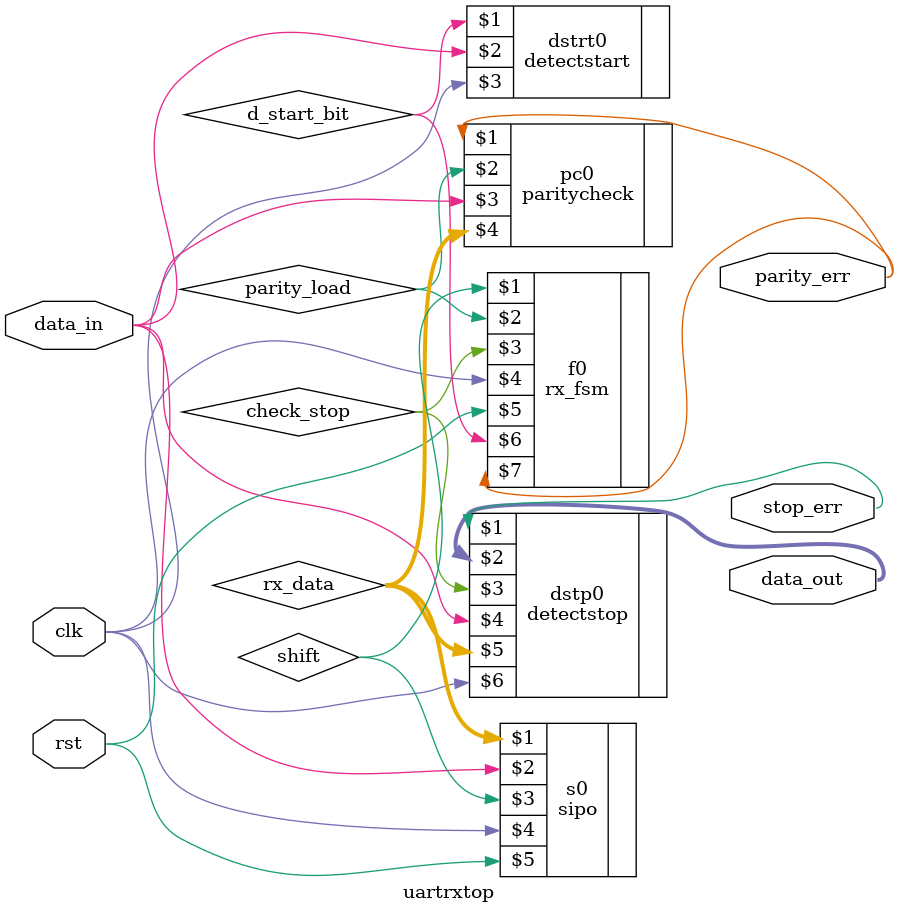
<source format=v>
`timescale 1ns / 1ps


module uartrxtop(stop_err,data_out,data_in,clk,rst,parity_err);
    output [7:0]data_out;
    output stop_err,parity_err;
    input data_in,clk,rst;
    
    wire shift,parity_load,parity_err,check_stop,d_start_bit;
    wire [7:0]rx_data;
    
    detectstart dstrt0(d_start_bit,data_in,clk);
    detectstop dstp0(stop_err,data_out,check_stop,data_in,rx_data,clk);
    paritycheck pc0(parity_err,parity_load,data_in,rx_data);
    sipo s0(rx_data,data_in,shift,clk,rst);
    rx_fsm f0(shift,parity_load,check_stop,clk,rst,d_start_bit,parity_err);
    
endmodule

</source>
